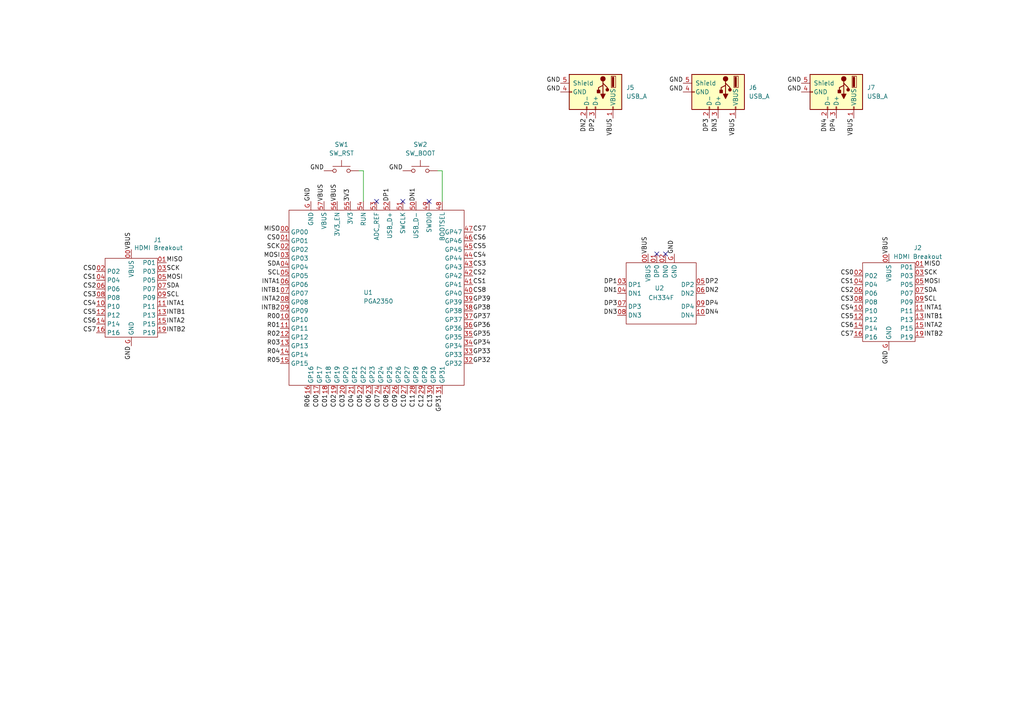
<source format=kicad_sch>
(kicad_sch (version 20250114) (generator "eeschema") (generator_version "9.0")
  (paper "A4")
  (lib_symbols
    (symbol "Connector:USB_A" (pin_names (offset 1.016))
      (property "Reference" "J" (at -5.08 11.43 0))
      (property "Value" "USB_A" (at -5.08 8.89 0))
      (symbol "USB_A_0_1"
        (rectangle (start -5.08 -7.62) (end 5.08 7.62) (stroke (width 0.254)) (fill (type background)))
        (circle (center -3.81 2.159) (radius 0.635) (stroke (width 0.254)) (fill (type outline)))
        (polyline (pts (xy -3.175 2.159) (xy -2.54 2.159) (xy -1.27 3.429) (xy -0.635 3.429)) (stroke (width 0.254)))
        (polyline (pts (xy -2.54 2.159) (xy -1.905 2.159) (xy -1.27 0.889) (xy 0 0.889)) (stroke (width 0.254)))
        (rectangle (start -1.524 4.826) (end -4.318 5.334) (fill (type outline)))
        (rectangle (start -1.27 4.572) (end -4.572 5.842))
        (circle (center -0.635 3.429) (radius 0.381) (stroke (width 0.254)) (fill (type outline)))
        (rectangle (start -0.127 -7.62) (end 0.127 -6.858))
        (rectangle (start 0.254 1.27) (end -0.508 0.508) (stroke (width 0.254)) (fill (type outline)))
        (polyline (pts (xy 0.635 2.794) (xy 0.635 1.524) (xy 1.905 2.159) (xy 0.635 2.794)) (stroke (width 0.254)) (fill (type outline)))
        (rectangle (start 5.08 4.953) (end 4.318 5.207))
        (rectangle (start 5.08 -0.127) (end 4.318 0.127))
        (rectangle (start 5.08 -2.667) (end 4.318 -2.413))
      )
      (symbol "USB_A_1_1"
        (polyline (pts (xy -1.905 2.159) (xy 0.635 2.159)) (stroke (width 0.254)))
        (pin passive line (at -2.54 -10.16 90) (length 2.54) (name "Shield") (number "5"))
        (pin power_in line (at 0 -10.16 90) (length 2.54) (name "GND") (number "4"))
        (pin power_in line (at 7.62 5.08 180) (length 2.54) (name "VBUS") (number "1"))
        (pin bidirectional line (at 7.62 0 180) (length 2.54) (name "D+") (number "3"))
        (pin bidirectional line (at 7.62 -2.54 180) (length 2.54) (name "D-") (number "2"))
      )
    )
    (symbol "Switch:SW_Push" (pin_numbers (hide yes)) (pin_names (offset 1.016) (hide yes))
      (property "Reference" "SW" (at 1.27 2.54 0))
      (property "Value" "SW_Push" (at 0 -1.524 0))
      (symbol "SW_Push_0_1"
        (circle (center -2.032 0) (radius 0.508))
        (polyline (pts (xy 0 1.27) (xy 0 3.048)))
        (circle (center 2.032 0) (radius 0.508))
        (polyline (pts (xy 2.54 1.27) (xy -2.54 1.27)))
        (pin passive line (at -5.08 0 0) (length 2.54) (name "1") (number "1"))
        (pin passive line (at 5.08 0 180) (length 2.54) (name "2") (number "2"))
      )
    )
    (symbol "excelsior:HDMI_Breakout"
      (property "Reference" "J" (at 0 -2.54 0))
      (symbol "HDMI_Breakout_0_1"
        (rectangle (start -7.62 11.43) (end 7.62 -11.43))
      )
      (symbol "HDMI_Breakout_1_1"
        (pin bidirectional line (at -10.16 7.62 0) (length 2.54) (name "P02") (number "02"))
        (pin bidirectional line (at -10.16 5.08 0) (length 2.54) (name "P04") (number "04"))
        (pin bidirectional line (at -10.16 2.54 0) (length 2.54) (name "P06") (number "06"))
        (pin bidirectional line (at -10.16 0 0) (length 2.54) (name "P08") (number "08"))
        (pin bidirectional line (at -10.16 -2.54 0) (length 2.54) (name "P10") (number "10"))
        (pin bidirectional line (at -10.16 -5.08 0) (length 2.54) (name "P12") (number "12"))
        (pin bidirectional line (at -10.16 -7.62 0) (length 2.54) (name "P14") (number "14"))
        (pin bidirectional line (at -10.16 -10.16 0) (length 2.54) (name "P16") (number "16"))
        (pin power_in line (at 0 13.97 270) (length 2.54) (name "VBUS") (number "00"))
        (pin power_in line (at 0 -13.97 90) (length 2.54) (name "GND") (number "G"))
        (pin bidirectional line (at 10.16 10.16 180) (length 2.54) (name "P01") (number "01"))
        (pin bidirectional line (at 10.16 7.62 180) (length 2.54) (name "P03") (number "03"))
        (pin bidirectional line (at 10.16 5.08 180) (length 2.54) (name "P05") (number "05"))
        (pin bidirectional line (at 10.16 2.54 180) (length 2.54) (name "P07") (number "07"))
        (pin bidirectional line (at 10.16 0 180) (length 2.54) (name "P09") (number "09"))
        (pin bidirectional line (at 10.16 -2.54 180) (length 2.54) (name "P11") (number "11"))
        (pin bidirectional line (at 10.16 -5.08 180) (length 2.54) (name "P13") (number "13"))
        (pin bidirectional line (at 10.16 -7.62 180) (length 2.54) (name "P15") (number "15"))
        (pin bidirectional line (at 10.16 -10.16 180) (length 2.54) (name "P19") (number "19"))
      )
    )
    (symbol "excelsior:USB_Hub"
      (property "Reference" "U" (at 0 0 0))
      (symbol "USB_Hub_0_1"
        (rectangle (start -10.16 8.89) (end 10.16 -8.89))
      )
      (symbol "USB_Hub_1_1"
        (pin bidirectional line (at -12.7 2.54 0) (length 2.54) (name "DP1") (number "03"))
        (pin bidirectional line (at -12.7 0 0) (length 2.54) (name "DN1") (number "04"))
        (pin bidirectional line (at -12.7 -3.81 0) (length 2.54) (name "DP3") (number "07"))
        (pin bidirectional line (at -12.7 -6.35 0) (length 2.54) (name "DN3") (number "08"))
        (pin power_in line (at -3.81 11.43 270) (length 2.54) (name "VBUS") (number "00"))
        (pin bidirectional line (at -1.27 11.43 270) (length 2.54) (name "DP0") (number "01"))
        (pin bidirectional line (at 1.27 11.43 270) (length 2.54) (name "DN0") (number "02"))
        (pin power_in line (at 3.81 11.43 270) (length 2.54) (name "GND") (number "G"))
        (pin bidirectional line (at 12.7 2.54 180) (length 2.54) (name "DP2") (number "05"))
        (pin bidirectional line (at 12.7 0 180) (length 2.54) (name "DN2") (number "06"))
        (pin bidirectional line (at 12.7 -3.81 180) (length 2.54) (name "DP4") (number "09"))
        (pin bidirectional line (at 12.7 -6.35 180) (length 2.54) (name "DN4") (number "10"))
      )
    )
    (symbol "excelsior:pga2350"
      (property "Reference" "U" (at 0 2.54 0))
      (property "Value" "PGA2350" (at 0 0 0))
      (symbol "pga2350_0_1"
        (rectangle (start -25.4 25.4) (end 25.4 -25.4))
      )
      (symbol "pga2350_1_1"
        (pin bidirectional line (at -27.94 19.05 0) (length 2.54) (name "GP00") (number "00"))
        (pin bidirectional line (at -27.94 16.51 0) (length 2.54) (name "GP01") (number "01"))
        (pin bidirectional line (at -27.94 13.97 0) (length 2.54) (name "GP02") (number "02"))
        (pin bidirectional line (at -27.94 11.43 0) (length 2.54) (name "GP03") (number "03"))
        (pin bidirectional line (at -27.94 8.89 0) (length 2.54) (name "GP04") (number "04"))
        (pin bidirectional line (at -27.94 6.35 0) (length 2.54) (name "GP05") (number "05"))
        (pin bidirectional line (at -27.94 3.81 0) (length 2.54) (name "GP06") (number "06"))
        (pin bidirectional line (at -27.94 1.27 0) (length 2.54) (name "GP07") (number "07"))
        (pin bidirectional line (at -27.94 -1.27 0) (length 2.54) (name "GP08") (number "08"))
        (pin bidirectional line (at -27.94 -3.81 0) (length 2.54) (name "GP09") (number "09"))
        (pin bidirectional line (at -27.94 -6.35 0) (length 2.54) (name "GP10") (number "10"))
        (pin bidirectional line (at -27.94 -8.89 0) (length 2.54) (name "GP11") (number "11"))
        (pin bidirectional line (at -27.94 -11.43 0) (length 2.54) (name "GP12") (number "12"))
        (pin bidirectional line (at -27.94 -13.97 0) (length 2.54) (name "GP13") (number "13"))
        (pin bidirectional line (at -27.94 -16.51 0) (length 2.54) (name "GP14") (number "14"))
        (pin bidirectional line (at -27.94 -19.05 0) (length 2.54) (name "GP15") (number "15"))
        (pin power_in line (at -19.05 27.94 270) (length 2.54) (name "GND") (number "G"))
        (pin bidirectional line (at -19.05 -27.94 90) (length 2.54) (name "GP16") (number "16"))
        (pin bidirectional line (at -16.51 -27.94 90) (length 2.54) (name "GP17") (number "17"))
        (pin power_in line (at -15.24 27.94 270) (length 2.54) (name "VBUS") (number "57"))
        (pin bidirectional line (at -13.97 -27.94 90) (length 2.54) (name "GP18") (number "18"))
        (pin power_in line (at -11.43 27.94 270) (length 2.54) (name "3V3_EN") (number "56"))
        (pin bidirectional line (at -11.43 -27.94 90) (length 2.54) (name "GP19") (number "19"))
        (pin bidirectional line (at -8.89 -27.94 90) (length 2.54) (name "GP20") (number "20"))
        (pin power_out line (at -7.62 27.94 270) (length 2.54) (name "3V3") (number "55"))
        (pin bidirectional line (at -6.35 -27.94 90) (length 2.54) (name "GP21") (number "21"))
        (pin bidirectional line (at -3.81 27.94 270) (length 2.54) (name "RUN") (number "54"))
        (pin bidirectional line (at -3.81 -27.94 90) (length 2.54) (name "GP22") (number "22"))
        (pin bidirectional line (at -1.27 -27.94 90) (length 2.54) (name "GP23") (number "23"))
        (pin bidirectional line (at 0 27.94 270) (length 2.54) (name "ADC_REF") (number "53"))
        (pin bidirectional line (at 1.27 -27.94 90) (length 2.54) (name "GP24") (number "24"))
        (pin bidirectional line (at 3.81 27.94 270) (length 2.54) (name "USB_D+") (number "52"))
        (pin bidirectional line (at 3.81 -27.94 90) (length 2.54) (name "GP25") (number "25"))
        (pin bidirectional line (at 6.35 -27.94 90) (length 2.54) (name "GP26") (number "26"))
        (pin bidirectional line (at 7.62 27.94 270) (length 2.54) (name "SWCLK") (number "51"))
        (pin bidirectional line (at 8.89 -27.94 90) (length 2.54) (name "GP27") (number "27"))
        (pin bidirectional line (at 11.43 27.94 270) (length 2.54) (name "USB_D-") (number "50"))
        (pin bidirectional line (at 11.43 -27.94 90) (length 2.54) (name "GP28") (number "28"))
        (pin bidirectional line (at 13.97 -27.94 90) (length 2.54) (name "GP29") (number "29"))
        (pin bidirectional line (at 15.24 27.94 270) (length 2.54) (name "SWDIO") (number "49"))
        (pin bidirectional line (at 16.51 -27.94 90) (length 2.54) (name "GP30") (number "30"))
        (pin bidirectional line (at 19.05 27.94 270) (length 2.54) (name "BOOTSEL") (number "48"))
        (pin bidirectional line (at 19.05 -27.94 90) (length 2.54) (name "GP31") (number "31"))
        (pin bidirectional line (at 27.94 19.05 180) (length 2.54) (name "GP47") (number "47"))
        (pin bidirectional line (at 27.94 16.51 180) (length 2.54) (name "GP46") (number "46"))
        (pin bidirectional line (at 27.94 13.97 180) (length 2.54) (name "GP45") (number "45"))
        (pin bidirectional line (at 27.94 11.43 180) (length 2.54) (name "GP44") (number "44"))
        (pin bidirectional line (at 27.94 8.89 180) (length 2.54) (name "GP43") (number "43"))
        (pin bidirectional line (at 27.94 6.35 180) (length 2.54) (name "GP42") (number "42"))
        (pin bidirectional line (at 27.94 3.81 180) (length 2.54) (name "GP41") (number "41"))
        (pin bidirectional line (at 27.94 1.27 180) (length 2.54) (name "GP40") (number "40"))
        (pin bidirectional line (at 27.94 -1.27 180) (length 2.54) (name "GP39") (number "39"))
        (pin bidirectional line (at 27.94 -3.81 180) (length 2.54) (name "GP38") (number "38"))
        (pin bidirectional line (at 27.94 -6.35 180) (length 2.54) (name "GP37") (number "37"))
        (pin bidirectional line (at 27.94 -8.89 180) (length 2.54) (name "GP36") (number "36"))
        (pin bidirectional line (at 27.94 -11.43 180) (length 2.54) (name "GP35") (number "35"))
        (pin bidirectional line (at 27.94 -13.97 180) (length 2.54) (name "GP34") (number "34"))
        (pin bidirectional line (at 27.94 -16.51 180) (length 2.54) (name "GP33") (number "33"))
        (pin bidirectional line (at 27.94 -19.05 180) (length 2.54) (name "GP32") (number "32"))
      )
    )
  )
  (no_connect (at 193.04 73.66))
  (no_connect (at 116.84 58.42))
  (no_connect (at 190.5 73.66))
  (no_connect (at 124.46 58.42))
  (no_connect (at 109.22 58.42))
  (wire (pts (xy 104.14 49.53) (xy 105.41 49.53)))
  (wire (pts (xy 128.27 49.53) (xy 128.27 58.42)))
  (wire (pts (xy 127 49.53) (xy 128.27 49.53)))
  (wire (pts (xy 105.41 49.53) (xy 105.41 58.42)))
  (label "INTA2" (at 81.28 87.63 180))
  (label "MISO" (at 81.28 67.31 180))
  (label "VBUS" (at 213.36 34.29 270))
  (label "SDA" (at 48.26 83.82 0))
  (label "INTB2" (at 267.97 97.79 0))
  (label "CS0" (at 27.94 78.74 180))
  (label "GP32" (at 137.16 105.41 0))
  (label "CS4" (at 27.94 88.9 180))
  (label "C11" (at 120.65 114.3 270))
  (label "DN1" (at 120.65 58.42 90))
  (label "R03" (at 81.28 100.33 180))
  (label "CS3" (at 137.16 77.47 0))
  (label "C03" (at 100.33 114.3 270))
  (label "CS0" (at 81.28 69.85 180))
  (label "SCL" (at 48.26 86.36 0))
  (label "GND" (at 257.81 101.6 270))
  (label "DP3" (at 179.07 88.9 180))
  (label "DN4" (at 204.47 91.44 0))
  (label "GP31" (at 128.27 114.3 270))
  (label "R01" (at 81.28 95.25 180))
  (label "SCK" (at 48.26 78.74 0))
  (label "INTB2" (at 48.26 96.52 0))
  (label "DP4" (at 204.47 88.9 0))
  (label "DP1" (at 179.07 82.55 180))
  (label "SCK" (at 81.28 72.39 180))
  (label "CS7" (at 137.16 67.31 0))
  (label "GP38" (at 137.16 90.17 0))
  (label "CS2" (at 27.94 83.82 180))
  (label "R06" (at 90.17 114.3 270))
  (label "INTA1" (at 81.28 82.55 180))
  (label "C12" (at 123.19 114.3 270))
  (label "GP35" (at 137.16 97.79 0))
  (label "MISO" (at 267.97 77.47 0))
  (label "INTB1" (at 267.97 92.71 0))
  (label "GND" (at 90.17 58.42 90))
  (label "SCK" (at 267.97 80.01 0))
  (label "GP37" (at 137.16 92.71 0))
  (label "DN3" (at 179.07 91.44 180))
  (label "GND" (at 198.12 24.13 180))
  (label "SDA" (at 81.28 77.47 180))
  (label "C07" (at 110.49 114.3 270))
  (label "INTB1" (at 48.26 91.44 0))
  (label "CS8" (at 137.16 85.09 0))
  (label "CS1" (at 247.65 82.55 180))
  (label "CS1" (at 137.16 82.55 0))
  (label "CS7" (at 27.94 96.52 180))
  (label "C00" (at 92.71 114.3 270))
  (label "CS4" (at 247.65 90.17 180))
  (label "DP4" (at 242.57 34.29 270))
  (label "CS4" (at 137.16 74.93 0))
  (label "DN2" (at 170.18 34.29 270))
  (label "R05" (at 81.28 105.41 180))
  (label "3V3" (at 101.6 58.42 90))
  (label "GND" (at 195.58 73.66 90))
  (label "R04" (at 81.28 102.87 180))
  (label "CS7" (at 247.65 97.79 180))
  (label "CS5" (at 27.94 91.44 180))
  (label "CS6" (at 137.16 69.85 0))
  (label "GP39" (at 137.16 87.63 0))
  (label "CS2" (at 137.16 80.01 0))
  (label "VBUS" (at 93.98 58.42 90))
  (label "C10" (at 118.11 114.3 270))
  (label "INTA2" (at 48.26 93.98 0))
  (label "VBUS" (at 38.1 72.39 90))
  (label "GND" (at 162.56 26.67 180))
  (label "R02" (at 81.28 97.79 180))
  (label "INTA1" (at 267.97 90.17 0))
  (label "CS2" (at 247.65 85.09 180))
  (label "INTB1" (at 81.28 85.09 180))
  (label "DN3" (at 208.28 34.29 270))
  (label "GP34" (at 137.16 100.33 0))
  (label "CS5" (at 247.65 92.71 180))
  (label "DN2" (at 204.47 85.09 0))
  (label "GND" (at 198.12 26.67 180))
  (label "R00" (at 81.28 92.71 180))
  (label "GP33" (at 137.16 102.87 0))
  (label "CS5" (at 137.16 72.39 0))
  (label "GND" (at 232.41 26.67 180))
  (label "DN1" (at 179.07 85.09 180))
  (label "INTB2" (at 81.28 90.17 180))
  (label "GP36" (at 137.16 95.25 0))
  (label "CS3" (at 27.94 86.36 180))
  (label "CS3" (at 247.65 87.63 180))
  (label "MOSI" (at 48.26 81.28 0))
  (label "VBUS" (at 97.79 58.42 90))
  (label "C06" (at 107.95 114.3 270))
  (label "GND" (at 116.84 49.53 180))
  (label "GND" (at 232.41 24.13 180))
  (label "C09" (at 115.57 114.3 270))
  (label "INTA1" (at 48.26 88.9 0))
  (label "C04" (at 102.87 114.3 270))
  (label "GND" (at 162.56 24.13 180))
  (label "VBUS" (at 187.96 73.66 90))
  (label "DP2" (at 172.72 34.29 270))
  (label "DP2" (at 204.47 82.55 0))
  (label "CS6" (at 27.94 93.98 180))
  (label "MISO" (at 48.26 76.2 0))
  (label "CS6" (at 247.65 95.25 180))
  (label "C05" (at 105.41 114.3 270))
  (label "MOSI" (at 267.97 82.55 0))
  (label "C13" (at 125.73 114.3 270))
  (label "VBUS" (at 177.8 34.29 270))
  (label "DN4" (at 240.03 34.29 270))
  (label "VBUS" (at 247.65 34.29 270))
  (label "SCL" (at 81.28 80.01 180))
  (label "C02" (at 97.79 114.3 270))
  (label "C01" (at 95.25 114.3 270))
  (label "MOSI" (at 81.28 74.93 180))
  (label "VBUS" (at 257.81 73.66 90))
  (label "C08" (at 113.03 114.3 270))
  (label "DP3" (at 205.74 34.29 270))
  (label "GND" (at 38.1 100.33 270))
  (label "GND" (at 93.98 49.53 180))
  (label "SCL" (at 267.97 87.63 0))
  (label "CS1" (at 27.94 81.28 180))
  (label "CS0" (at 247.65 80.01 180))
  (label "SDA" (at 267.97 85.09 0))
  (label "DP1" (at 113.03 58.42 90))
  (label "INTA2" (at 267.97 95.25 0))
  (symbol (lib_id "excelsior:HDMI_Breakout") (at 38.1 86.36 0) (unit 1)
    (property "Reference" "J1" (at 45.72 69.596 0))
    (property "Value" "HDMI Breakout" (at 45.974 71.882 0))
    (property "Footprint" "excelsior:HDMI_Breakout" (effects (hide yes)))
  )
  (symbol (lib_id "excelsior:HDMI_Breakout") (at 257.81 87.63 0) (unit 1)
    (property "Reference" "J2" (at 266.192 71.882 0))
    (property "Value" "HDMI Breakout" (at 266.192 74.422 0))
    (property "Footprint" "excelsior:HDMI_Breakout" (effects (hide yes)))
  )
  (symbol (lib_id "excelsior:pga2350") (at 109.22 86.36 0) (unit 1)
    (property "Reference" "U1" (at 105.41 84.836 0) (effects (justify left)))
    (property "Value" "PGA2350" (at 105.41 87.376 0) (effects (justify left)))
    (property "Footprint" "excelsior:PGA2350" (effects (hide yes)))
    (property "Description" "Pimoroni PGA2350" (effects (hide yes)))
  )
  (symbol (lib_id "excelsior:USB_Hub") (at 191.77 85.09 0) (unit 1)
    (property "Reference" "U2" (at 191.262 83.566 0))
    (property "Value" "CH334F" (at 191.77 86.36 0))
    (property "Footprint" "excelsior:USB_Hub" (effects (hide yes)))
  )
  (symbol (lib_id "Switch:SW_Push") (at 121.92 49.53 0) (unit 1)
    (property "Reference" "SW2" (at 121.92 41.91 0))
    (property "Value" "SW_BOOT" (at 121.92 44.45 0))
    (property "Footprint" "Button_Switch_THT:SW_PUSH_6mm" (effects (hide yes)))
    (property "Description" "Push button switch, generic, two pins" (effects (hide yes)))
  )
  (symbol (lib_id "Connector:USB_A") (at 208.28 26.67 270) (unit 1)
    (property "Reference" "J6" (at 217.17 25.3999 90) (effects (justify left)))
    (property "Value" "USB_A" (at 217.17 27.9399 90) (effects (justify left)))
    (property "Footprint" "Connector_USB:USB_A_Molex_67643_Horizontal" (effects (hide yes)))
    (property "Description" "USB Type A connector" (effects (hide yes)))
  )
  (symbol (lib_id "Switch:SW_Push") (at 99.06 49.53 0) (unit 1)
    (property "Reference" "SW1" (at 99.06 41.91 0))
    (property "Value" "SW_RST" (at 99.06 44.45 0))
    (property "Footprint" "Button_Switch_THT:SW_PUSH_6mm" (effects (hide yes)))
    (property "Description" "Push button switch, generic, two pins" (effects (hide yes)))
  )
  (symbol (lib_id "Connector:USB_A") (at 172.72 26.67 270) (unit 1)
    (property "Reference" "J5" (at 181.61 25.3999 90) (effects (justify left)))
    (property "Value" "USB_A" (at 181.61 27.9399 90) (effects (justify left)))
    (property "Footprint" "Connector_USB:USB_A_Molex_67643_Horizontal" (effects (hide yes)))
    (property "Description" "USB Type A connector" (effects (hide yes)))
  )
  (symbol (lib_id "Connector:USB_A") (at 242.57 26.67 270) (unit 1)
    (property "Reference" "J7" (at 251.46 25.3999 90) (effects (justify left)))
    (property "Value" "USB_A" (at 251.46 27.9399 90) (effects (justify left)))
    (property "Footprint" "Connector_USB:USB_A_Molex_67643_Horizontal" (effects (hide yes)))
    (property "Description" "USB Type A connector" (effects (hide yes)))
  )
)
</source>
